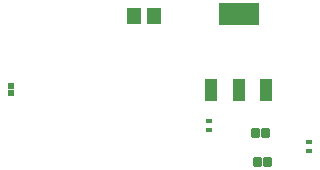
<source format=gbr>
G04 EAGLE Gerber X2 export*
%TF.Part,Single*%
%TF.FileFunction,Soldermask,Top,1*%
%TF.FilePolarity,Negative*%
%TF.GenerationSoftware,Autodesk,EAGLE,8.6.3*%
%TF.CreationDate,2019-05-08T19:44:22Z*%
G75*
%MOMM*%
%FSLAX34Y34*%
%LPD*%
%AMOC8*
5,1,8,0,0,1.08239X$1,22.5*%
G01*
%ADD10C,0.393894*%
%ADD11R,1.303200X1.453200*%
%ADD12R,0.600000X0.400000*%
%ADD13R,0.503200X0.603200*%
%ADD14R,1.092200X1.828800*%
%ADD15R,3.378200X1.828800*%


D10*
X314553Y109553D02*
X314553Y113647D01*
X318047Y113647D01*
X318047Y109553D01*
X314553Y109553D01*
X314553Y113491D02*
X318047Y113491D01*
X305953Y113647D02*
X305953Y109553D01*
X305953Y113647D02*
X309447Y113647D01*
X309447Y109553D01*
X305953Y109553D01*
X305953Y113491D02*
X309447Y113491D01*
X316053Y89647D02*
X316053Y85553D01*
X316053Y89647D02*
X319547Y89647D01*
X319547Y85553D01*
X316053Y85553D01*
X316053Y89491D02*
X319547Y89491D01*
X307453Y89647D02*
X307453Y85553D01*
X307453Y89647D02*
X310947Y89647D01*
X310947Y85553D01*
X307453Y85553D01*
X307453Y89491D02*
X310947Y89491D01*
D11*
X222700Y210800D03*
X205700Y210800D03*
D12*
X353200Y96000D03*
X353200Y104000D03*
X268800Y121700D03*
X268800Y113700D03*
D13*
X100900Y151500D03*
X100900Y145500D03*
D14*
X270886Y147996D03*
X294000Y147996D03*
X317114Y147996D03*
D15*
X294000Y212004D03*
M02*

</source>
